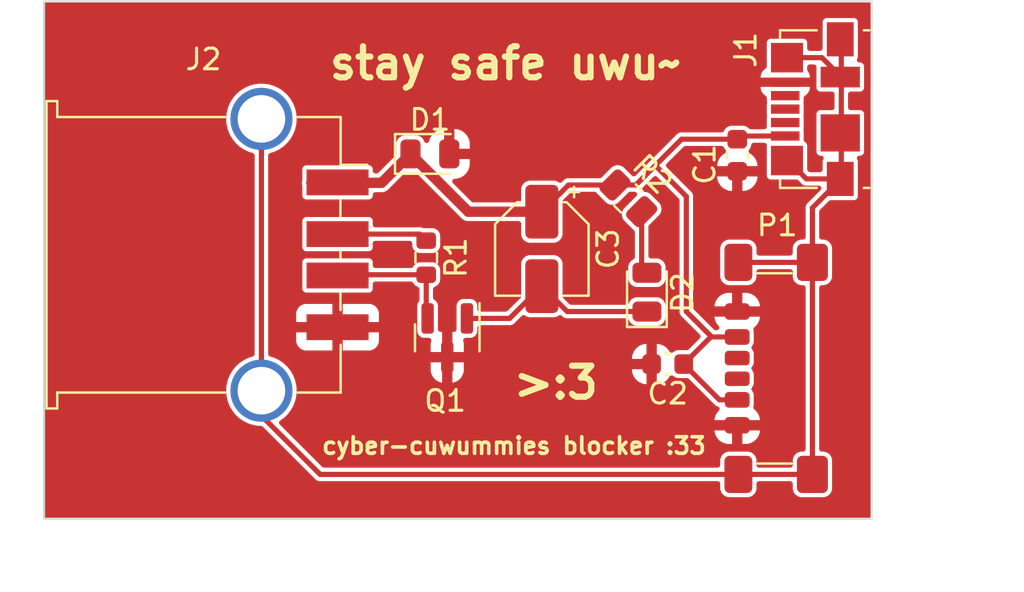
<source format=kicad_pcb>
(kicad_pcb (version 20221018) (generator pcbnew)
  (title_block (title "USB Condom") (date "2023-11-26") (rev "1.0e") (company "femsci") (comment 1 "USB A -> microB & C"))
  (layers (0 "F.Cu" signal) (31 "B.Cu" signal) (34 "B.Paste" user) (35 "F.Paste" user) (36 "B.SilkS" user "B.Silkscreen") (37 "F.SilkS" user "F.Silkscreen") (38 "B.Mask" user) (39 "F.Mask" user) (44 "Edge.Cuts" user))
  (net 0 "")
  (net 1 "Net-(D1-K)")
  (net 2 "GND")
  (net 3 "Net-(D2-K)")
  (net 4 "Net-(D2-A)")
  (net 8 "Earth")
  (net 9 "Net-(J2-D-)")
  (net 10 "Net-(J2-D+)")
  (footprint "Capacitor_SMD:CP_Elec_4x5.4" (layer "F.Cu") (at 104.0028 64.684001 -90)
    (fp_text reference "C3" (at 0 -3.2 90) (layer "F.SilkS"))
    (fp_text value "22u")
    (fp_line (start -3 -1.56) (end -2.5 -1.56) (stroke (width 0.12)) (layer "F.SilkS"))
    (fp_line (start -2.75 -1.81) (end -2.75 -1.31) (stroke (width 0.12)) (layer "F.SilkS"))
    (fp_line (start -2.26 -1.195563) (end -2.26 -1.06) (stroke (width 0.12)) (layer "F.SilkS"))
    (fp_line (start -2.26 -1.195563) (end -1.195563 -2.26) (stroke (width 0.12)) (layer "F.SilkS"))
    (fp_line (start -2.26 1.195563) (end -2.26 1.06) (stroke (width 0.12)) (layer "F.SilkS"))
    (fp_line (start -2.26 1.195563) (end -1.195563 2.26) (stroke (width 0.12)) (layer "F.SilkS"))
    (fp_line (start -1.195563 -2.26) (end 2.26 -2.26) (stroke (width 0.12)) (layer "F.SilkS"))
    (fp_line (start -1.195563 2.26) (end 2.26 2.26) (stroke (width 0.12)) (layer "F.SilkS"))
    (fp_line (start 2.26 -2.26) (end 2.26 -1.06) (stroke (width 0.12)) (layer "F.SilkS"))
    (fp_line (start 2.26 2.26) (end 2.26 1.06) (stroke (width 0.12)) (layer "F.SilkS"))
    (pad "1" smd roundrect (at -1.8 0 270) (size 2.6 1.6) (layers "F.Cu" "F.Paste" "F.Mask") (roundrect_rratio 0.15625) (net 1 "Net-(D1-K)"))
    (pad "2" smd roundrect (at 1.8 0 270) (size 2.6 1.6) (layers "F.Cu" "F.Paste" "F.Mask") (roundrect_rratio 0.15625) (net 3 "Net-(D2-K)"))
  )
  (footprint "Connector_USB:USB_A_TE_292303-7_Horizontal" (layer "F.Cu") (at 87.7468 64.9668 -90)
    (fp_text reference "J2" (at -9.4488 0.1016 -180) (layer "F.SilkS"))
    (fp_text value "USB_A")
    (fp_line (start -7.43 7.17) (end -7.43 7.69) (stroke (width 0.12)) (layer "F.SilkS"))
    (fp_line (start -7.43 7.69) (end 7.43 7.69) (stroke (width 0.12)) (layer "F.SilkS"))
    (fp_line (start -6.66 -6.53) (end -6.66 -4.46) (stroke (width 0.12)) (layer "F.SilkS"))
    (fp_line (start -6.66 -6.53) (end -4.35 -6.53) (stroke (width 0.12)) (layer "F.SilkS"))
    (fp_line (start -6.66 7.17) (end -7.43 7.17) (stroke (width 0.12)) (layer "F.SilkS"))
    (fp_line (start -6.66 7.17) (end -6.66 -0.94) (stroke (width 0.12)) (layer "F.SilkS"))
    (fp_line (start -4.35 -7.82) (end -4.35 -6.53) (stroke (width 0.12)) (layer "F.SilkS"))
    (fp_line (start -2.67 -6.52) (end -1.85 -6.52) (stroke (width 0.12)) (layer "F.SilkS"))
    (fp_line (start -0.17 -6.52) (end 0.17 -6.52) (stroke (width 0.12)) (layer "F.SilkS"))
    (fp_line (start 1.85 -6.52) (end 2.67 -6.52) (stroke (width 0.12)) (layer "F.SilkS"))
    (fp_line (start 4.35 -6.53) (end 6.66 -6.53) (stroke (width 0.12)) (layer "F.SilkS"))
    (fp_line (start 6.66 -6.53) (end 6.66 -4.46) (stroke (width 0.12)) (layer "F.SilkS"))
    (fp_line (start 6.66 -0.94) (end 6.66 7.17) (stroke (width 0.12)) (layer "F.SilkS"))
    (fp_line (start 7.43 7.17) (end 6.66 7.17) (stroke (width 0.12)) (layer "F.SilkS"))
    (fp_line (start 7.43 7.69) (end 7.43 7.17) (stroke (width 0.12)) (layer "F.SilkS"))
    (pad "1" smd rect (at -3.5 -6.38 270) (size 1.25 3) (layers "F.Cu" "F.Paste" "F.Mask") (net 1 "Net-(D1-K)"))
    (pad "2" smd rect (at -1 -6.38 270) (size 1.25 3) (layers "F.Cu" "F.Paste" "F.Mask") (net 9 "Net-(J2-D-)"))
    (pad "3" smd rect (at 1 -6.38 270) (size 1.25 3) (layers "F.Cu" "F.Paste" "F.Mask") (net 10 "Net-(J2-D+)"))
    (pad "4" smd rect (at 3.5 -6.38 270) (size 1.25 3) (layers "F.Cu" "F.Paste" "F.Mask") (net 2 "GND"))
    (pad "5" thru_hole circle (at -6.57 -2.7 270) (size 3 3) (drill 2.3) (layers "*.Cu" "*.Mask") (net 8 "Earth"))
    (pad "5" thru_hole circle (at 6.57 -2.7 270) (size 3 3) (drill 2.3) (layers "*.Cu" "*.Mask") (net 8 "Earth"))
  )
  (footprint "Diode_SMD:D_0805_2012Metric" (layer "F.Cu") (at 98.590301 60.09)
    (fp_text reference "D1" (at 0 -1.65) (layer "F.SilkS"))
    (fp_text value "5V")
    (fp_line (start -1.685 -0.96) (end -1.685 0.96) (stroke (width 0.12)) (layer "F.SilkS"))
    (fp_line (start -1.685 0.96) (end 1 0.96) (stroke (width 0.12)) (layer "F.SilkS"))
    (fp_line (start 1 -0.96) (end -1.685 -0.96) (stroke (width 0.12)) (layer "F.SilkS"))
    (pad "1" smd roundrect (at -0.9375 0) (size 0.975 1.4) (layers "F.Cu" "F.Paste" "F.Mask") (net 1 "Net-(D1-K)"))
    (pad "2" smd roundrect (at 0.9375 0) (size 0.975 1.4) (layers "F.Cu" "F.Paste" "F.Mask") (net 2 "GND"))
  )
  (footprint "Connector_USB:USB_Micro-B_Molex_47346-0001" (layer "F.Cu") (at 117.23 57.924 90)
    (fp_text reference "J1" (at 2.8632 -3.372 90) (layer "F.SilkS"))
    (fp_text value "USB_B_Micro")
    (fp_line (start -3.81 -1.71) (end -3.43 -1.71) (stroke (width 0.12)) (layer "F.SilkS"))
    (fp_line (start -3.81 0.06) (end -3.81 -1.71) (stroke (width 0.12)) (layer "F.SilkS"))
    (fp_line (start -3.81 2.6) (end -3.81 2.34) (stroke (width 0.12)) (layer "F.SilkS"))
    (fp_line (start 3.81 -1.71) (end 3.43 -1.71) (stroke (width 0.12)) (layer "F.SilkS"))
    (fp_line (start 3.81 -1.71) (end 3.81 0.06) (stroke (width 0.12)) (layer "F.SilkS"))
    (fp_line (start 3.81 2.34) (end 3.81 2.6) (stroke (width 0.12)) (layer "F.SilkS"))
    (pad "1" smd rect (at -1.3 -1.46 90) (size 0.45 1.38) (layers "F.Cu" "F.Paste" "F.Mask") (net 1 "Net-(D1-K)"))
    (pad "2" smd rect (at -0.65 -1.46 90) (size 0.45 1.38) (layers "F.Cu" "F.Paste" "F.Mask"))
    (pad "3" smd rect (at 0 -1.46 90) (size 0.45 1.38) (layers "F.Cu" "F.Paste" "F.Mask"))
    (pad "4" smd rect (at 0.65 -1.46 90) (size 0.45 1.38) (layers "F.Cu" "F.Paste" "F.Mask"))
    (pad "5" smd rect (at 1.3 -1.46 90) (size 0.45 1.38) (layers "F.Cu" "F.Paste" "F.Mask") (net 2 "GND"))
    (pad "6" smd rect (at -3.375 1.2 90) (size 1.65 1.3) (layers "F.Cu" "F.Paste" "F.Mask") (net 8 "Earth"))
    (pad "6" smd rect (at -2.4875 -1.375 90) (size 1.425 1.55) (layers "F.Cu" "F.Paste" "F.Mask") (net 8 "Earth"))
    (pad "6" smd rect (at -1.15 1.2 90) (size 1.8 1.9) (layers "F.Cu" "F.Paste" "F.Mask") (net 8 "Earth"))
    (pad "6" smd rect (at 1.55 1.2 90) (size 1 1.9) (layers "F.Cu" "F.Paste" "F.Mask") (net 8 "Earth"))
    (pad "6" smd rect (at 2.4875 -1.375 90) (size 1.425 1.55) (layers "F.Cu" "F.Paste" "F.Mask") (net 8 "Earth"))
    (pad "6" smd rect (at 3.375 1.2 90) (size 1.65 1.3) (layers "F.Cu" "F.Paste" "F.Mask") (net 8 "Earth"))
  )
  (footprint "Resistor_SMD:R_0805_2012Metric" (layer "F.Cu") (at 108.183565 62.238765 -45)
    (fp_text reference "R2" (at 0 -1.65 135) (layer "F.SilkS"))
    (fp_text value "320R")
    (fp_line (start -0.227064 -0.735) (end 0.227064 -0.735) (stroke (width 0.12)) (layer "F.SilkS"))
    (fp_line (start -0.227064 0.735) (end 0.227064 0.735) (stroke (width 0.12)) (layer "F.SilkS"))
    (pad "1" smd roundrect (at -0.9125 0 315) (size 1.025 1.4) (layers "F.Cu" "F.Paste" "F.Mask") (roundrect_rratio 0.243902) (net 1 "Net-(D1-K)"))
    (pad "2" smd roundrect (at 0.9125 0 315) (size 1.025 1.4) (layers "F.Cu" "F.Paste" "F.Mask") (roundrect_rratio 0.243902) (net 4 "Net-(D2-A)"))
  )
  (footprint "Connector_USB:USB_C_Receptacle_GCT_USB4135-GF-A_6P_TopMnt_Horizontal" (layer "F.Cu") (at 116.4813 70.459 90)
    (fp_text reference "P1" (at 6.9146 -1.0993 unlocked) (layer "F.SilkS"))
    (fp_text value "USB_C_Plug_USB2.0")
    (fp_line (start -4.6 -2.04) (end -4.6 -0.41) (stroke (width 0.12)) (layer "F.SilkS"))
    (fp_line (start 4.6 -2.04) (end 4.6 -0.41) (stroke (width 0.12)) (layer "F.SilkS"))
    (pad "A5" smd roundrect (at -0.5 -3.0325 90) (size 0.7 1.2) (layers "F.Cu" "F.Paste" "F.Mask"))
    (pad "A9" smd roundrect (at 1.52 -3.0325 270) (size 0.76 1.2) (layers "F.Cu" "F.Paste" "F.Mask") (net 1 "Net-(D1-K)"))
    (pad "A12" smd roundrect (at 2.75 -3.0325 270) (size 0.8 1.2) (layers "F.Cu" "F.Paste" "F.Mask") (net 2 "GND"))
    (pad "B5" smd roundrect (at 0.5 -3.0325 270) (size 0.7 1.2) (layers "F.Cu" "F.Paste" "F.Mask"))
    (pad "B9" smd roundrect (at -1.52 -3.0325 90) (size 0.76 1.2) (layers "F.Cu" "F.Paste" "F.Mask") (net 1 "Net-(D1-K)"))
    (pad "B12" smd roundrect (at -2.75 -3.0325 90) (size 0.8 1.2) (layers "F.Cu" "F.Paste" "F.Mask") (net 2 "GND"))
    (pad "S1" smd roundrect (at -5.125 -2.9775 90) (size 1.8 1.35) (layers "F.Cu" "F.Paste" "F.Mask") (roundrect_rratio 0.1851851852) (net 8 "Earth"))
    (pad "S1" smd roundrect (at -5.125 0.6025 90) (size 1.8 1.5) (layers "F.Cu" "F.Paste" "F.Mask") (roundrect_rratio 0.1666666667) (net 8 "Earth"))
    (pad "S1" smd roundrect (at 5.125 -2.9775 90) (size 1.8 1.35) (layers "F.Cu" "F.Paste" "F.Mask") (roundrect_rratio 0.1851851852) (net 8 "Earth"))
    (pad "S1" smd roundrect (at 5.125 0.6025 90) (size 1.8 1.5) (layers "F.Cu" "F.Paste" "F.Mask") (roundrect_rratio 0.1666666667) (net 8 "Earth"))
  )
  (footprint "LED_SMD:LED_0805_2012Metric" (layer "F.Cu") (at 109.0828 66.7725 90)
    (fp_text reference "D2" (at -0.0231 1.7272 90) (layer "F.SilkS"))
    (fp_text value "RED")
    (fp_line (start -1.685 -0.96) (end -1.685 0.96) (stroke (width 0.12)) (layer "F.SilkS"))
    (fp_line (start -1.685 0.96) (end 1 0.96) (stroke (width 0.12)) (layer "F.SilkS"))
    (fp_line (start 1 -0.96) (end -1.685 -0.96) (stroke (width 0.12)) (layer "F.SilkS"))
    (pad "1" smd roundrect (at -0.9375 0 90) (size 0.975 1.4) (layers "F.Cu" "F.Paste" "F.Mask") (net 3 "Net-(D2-K)"))
    (pad "2" smd roundrect (at 0.9375 0 90) (size 0.975 1.4) (layers "F.Cu" "F.Paste" "F.Mask") (net 4 "Net-(D2-A)"))
  )
  (footprint "Package_TO_SOT_SMD:SOT-23" (layer "F.Cu") (at 99.4308 68.980001 -90)
    (fp_text reference "Q1" (at 3.047999 0.1016 -180) (layer "F.SilkS"))
    (fp_text value "NMOS")
    (fp_line (start 0 -1.56) (end -1.675 -1.56) (stroke (width 0.12)) (layer "F.SilkS"))
    (fp_line (start 0 -1.56) (end 0.65 -1.56) (stroke (width 0.12)) (layer "F.SilkS"))
    (fp_line (start 0 1.56) (end -0.65 1.56) (stroke (width 0.12)) (layer "F.SilkS"))
    (fp_line (start 0 1.56) (end 0.65 1.56) (stroke (width 0.12)) (layer "F.SilkS"))
    (pad "1" smd roundrect (at -0.9375 -0.95 270) (size 1.475 0.6) (layers "F.Cu" "F.Paste" "F.Mask") (net 3 "Net-(D2-K)"))
    (pad "2" smd roundrect (at -0.9375 0.95 270) (size 1.475 0.6) (layers "F.Cu" "F.Paste" "F.Mask") (net 10 "Net-(J2-D+)"))
    (pad "3" smd roundrect (at 0.9375 0 270) (size 1.475 0.6) (layers "F.Cu" "F.Paste" "F.Mask") (net 2 "GND"))
  )
  (footprint "Resistor_SMD:R_0603_1608Metric" (layer "F.Cu") (at 98.4148 65.107001 -90)
    (fp_text reference "R1" (at 0 -1.43 90) (layer "F.SilkS"))
    (fp_text value "1k")
    (fp_line (start -0.237258 -0.5225) (end 0.237258 -0.5225) (stroke (width 0.12)) (layer "F.SilkS"))
    (fp_line (start -0.237258 0.5225) (end 0.237258 0.5225) (stroke (width 0.12)) (layer "F.SilkS"))
    (pad "1" smd roundrect (at -0.825 0 270) (size 0.8 0.95) (layers "F.Cu" "F.Paste" "F.Mask") (net 9 "Net-(J2-D-)"))
    (pad "2" smd roundrect (at 0.825 0 270) (size 0.8 0.95) (layers "F.Cu" "F.Paste" "F.Mask") (net 10 "Net-(J2-D+)"))
  )
  (footprint "Capacitor_SMD:C_0603_1608Metric" (layer "F.Cu") (at 110.0858 70.25 180)
    (fp_text reference "C2" (at 0 -1.43) (layer "F.SilkS"))
    (fp_text value "100n")
    (fp_line (start -0.14058 -0.51) (end 0.14058 -0.51) (stroke (width 0.12)) (layer "F.SilkS"))
    (fp_line (start -0.14058 0.51) (end 0.14058 0.51) (stroke (width 0.12)) (layer "F.SilkS"))
    (pad "1" smd roundrect (at -0.775 0 180) (size 0.9 0.95) (layers "F.Cu" "F.Paste" "F.Mask") (net 1 "Net-(D1-K)"))
    (pad "2" smd roundrect (at 0.775 0 180) (size 0.9 0.95) (layers "F.Cu" "F.Paste" "F.Mask") (net 2 "GND"))
  )
  (footprint "Capacitor_SMD:C_0603_1608Metric" (layer "F.Cu") (at 113.4516 60.1538 -90)
    (fp_text reference "C1" (at 0.4442 1.5748 90) (layer "F.SilkS"))
    (fp_text value "100n")
    (fp_line (start -0.14058 -0.51) (end 0.14058 -0.51) (stroke (width 0.12)) (layer "F.SilkS"))
    (fp_line (start -0.14058 0.51) (end 0.14058 0.51) (stroke (width 0.12)) (layer "F.SilkS"))
    (pad "1" smd roundrect (at -0.775 0 270) (size 0.9 0.95) (layers "F.Cu" "F.Paste" "F.Mask") (net 1 "Net-(D1-K)"))
    (pad "2" smd roundrect (at 0.775 0 270) (size 0.9 0.95) (layers "F.Cu" "F.Paste" "F.Mask") (net 2 "GND"))
  )
  (gr_rect (start 79.9388 52.724) (end 119.9388 77.724) (stroke (width 0.1)) (fill none) (layer "Edge.Cuts"))
  (gr_text "stay safe uwu~" (at 93.5888 56.5848) (layer "F.SilkS") (effects (font (size 1.5 1.5) (thickness 0.3) bold) (justify left bottom)))
  (gr_text ">:3" (at 102.4788 72.028) (layer "F.SilkS") (effects (font (size 1.5 1.5) (thickness 0.3) bold) (justify left bottom)))
  (gr_text "cyber-cuwummies blocker :33" (at 93.284 74.6696) (layer "F.SilkS") (effects (font (size 0.8 0.8) (thickness 0.175) bold) (justify left bottom)))
  (segment (start 110.9878 67.71) (end 112.2168 68.939) (width 0.25) (layer "F.Cu") (net 1))
  (segment (start 92.8568 61.488001) (end 96.2548 61.488001) (width 0.5) (layer "F.Cu") (net 1))
  (segment (start 100.446802 62.884001) (end 104.0028 62.884001) (width 0.5) (layer "F.Cu") (net 1))
  (segment (start 110.7592 59.3788) (end 113.4516 59.3788) (width 0.25) (layer "F.Cu") (net 1))
  (segment (start 110.8608 70.25) (end 112.5898 71.979) (width 0.25) (layer "F.Cu") (net 1))
  (segment (start 109.4892 60.6488) (end 110.7592 59.3788) (width 0.25) (layer "F.Cu") (net 1))
  (segment (start 110.9878 62.1474) (end 110.9878 67.71) (width 0.25) (layer "F.Cu") (net 1))
  (segment (start 107.53833 61.59353) (end 108.54447 61.59353) (width 0.25) (layer "F.Cu") (net 1))
  (segment (start 105.293271 61.59353) (end 107.53833 61.59353) (width 0.25) (layer "F.Cu") (net 1))
  (segment (start 112.5898 71.979) (end 113.4488 71.979) (width 0.25) (layer "F.Cu") (net 1))
  (segment (start 96.2548 61.488001) (end 97.652801 60.09) (width 0.5) (layer "F.Cu") (net 1))
  (segment (start 112.2168 68.939) (end 112.1718 68.939) (width 0.25) (layer "F.Cu") (net 1))
  (segment (start 104.0028 62.884001) (end 105.293271 61.59353) (width 0.25) (layer "F.Cu") (net 1))
  (segment (start 97.652801 60.09) (end 100.446802 62.884001) (width 0.5) (layer "F.Cu") (net 1))
  (segment (start 115.8208 59.224) (end 113.6064 59.224) (width 0.25) (layer "F.Cu") (net 1))
  (segment (start 113.6064 59.224) (end 113.4516 59.3788) (width 0.25) (layer "F.Cu") (net 1))
  (segment (start 109.4892 60.6488) (end 110.9878 62.1474) (width 0.25) (layer "F.Cu") (net 1))
  (segment (start 112.2168 68.939) (end 113.4488 68.939) (width 0.25) (layer "F.Cu") (net 1))
  (segment (start 108.54447 61.59353) (end 109.4892 60.6488) (width 0.25) (layer "F.Cu") (net 1))
  (segment (start 112.1718 68.939) (end 110.8608 70.25) (width 0.25) (layer "F.Cu") (net 1))
  (segment (start 115.8208 56.624) (end 117.0976 56.624) (width 0.25) (layer "F.Cu") (net 2))
  (segment (start 117.0976 56.624) (end 117.1092 56.6356) (width 0.25) (layer "F.Cu") (net 2))
  (segment (start 114.1236 56.624) (end 114.112 56.6356) (width 0.25) (layer "F.Cu") (net 2))
  (segment (start 115.8208 56.624) (end 114.1236 56.624) (width 0.25) (layer "F.Cu") (net 2))
  (segment (start 105.228799 67.71) (end 104.0028 66.484001) (width 0.25) (layer "F.Cu") (net 3))
  (segment (start 102.4443 68.042501) (end 100.3808 68.042501) (width 0.25) (layer "F.Cu") (net 3))
  (segment (start 109.0828 67.71) (end 105.228799 67.71) (width 0.25) (layer "F.Cu") (net 3))
  (segment (start 104.0028 66.484001) (end 102.4443 68.042501) (width 0.25) (layer "F.Cu") (net 3))
  (segment (start 108.8288 62.884) (end 108.8288 65.581) (width 0.25) (layer "F.Cu") (net 4))
  (segment (start 108.8288 65.581) (end 109.0828 65.835) (width 0.25) (layer "F.Cu") (net 4))
  (segment (start 117.5433 55.4365) (end 118.4808 56.374) (width 0.25) (layer "F.Cu") (net 8))
  (segment (start 117.0838 65.334) (end 117.0838 75.584) (width 0.25) (layer "F.Cu") (net 8))
  (segment (start 113.5038 75.584) (end 93.284 75.584) (width 0.25) (layer "F.Cu") (net 8))
  (segment (start 117.0838 65.334) (end 117.0838 62.696) (width 0.25) (layer "F.Cu") (net 8))
  (segment (start 115.9058 55.4365) (end 117.5433 55.4365) (width 0.25) (layer "F.Cu") (net 8))
  (segment (start 117.0838 75.584) (end 113.5038 75.584) (width 0.25) (layer "F.Cu") (net 8))
  (segment (start 93.284 75.584) (end 90.4468 72.7468) (width 0.25) (layer "F.Cu") (net 8))
  (segment (start 118.4808 59.074) (end 118.4808 56.374) (width 0.25) (layer "F.Cu") (net 8))
  (segment (start 90.4468 72.7468) (end 90.4468 71.5368) (width 0.25) (layer "F.Cu") (net 8))
  (segment (start 117.0838 65.334) (end 113.5038 65.334) (width 0.25) (layer "F.Cu") (net 8))
  (segment (start 90.4468 58.3968) (end 90.4468 71.5368) (width 0.25) (layer "F.Cu") (net 8))
  (segment (start 118.4808 61.299) (end 118.4808 59.074) (width 0.25) (layer "F.Cu") (net 8))
  (segment (start 118.4808 61.299) (end 116.7933 61.299) (width 0.25) (layer "F.Cu") (net 8))
  (segment (start 118.4808 56.374) (end 118.4808 54.549) (width 0.25) (layer "F.Cu") (net 8))
  (segment (start 116.7933 61.299) (end 115.9058 60.4115) (width 0.25) (layer "F.Cu") (net 8))
  (segment (start 117.0838 62.696) (end 118.4808 61.299) (width 0.25) (layer "F.Cu") (net 8))
  (segment (start 94.1268 63.9668) (end 98.099599 63.9668) (width 0.25) (layer "F.Cu") (net 9))
  (segment (start 98.099599 63.9668) (end 98.4148 64.282001) (width 0.25) (layer "F.Cu") (net 9))
  (segment (start 94.442001 64.282001) (end 94.1268 63.9668) (width 0.25) (layer "F.Cu") (net 9))
  (segment (start 98.4148 65.932001) (end 94.161599 65.932001) (width 0.25) (layer "F.Cu") (net 10))
  (segment (start 98.3588 65.988001) (end 98.4148 65.932001) (width 0.25) (layer "F.Cu") (net 10))
  (segment (start 98.4148 65.932001) (end 98.4148 67.976501) (width 0.25) (layer "F.Cu") (net 10))
  (segment (start 94.161599 65.932001) (end 94.1268 65.9668) (width 0.25) (layer "F.Cu") (net 10))
  (segment (start 98.4148 67.976501) (end 98.4808 68.042501) (width 0.25) (layer "F.Cu") (net 10))
  (zone (net 2) (net_name "GND") (layer "F.Cu") (connect_pads (clearance 0.1)) (min_thickness 0.25) (fill yes (thermal_gap 0.5) (thermal_bridge_width 0.5))
    (polygon (pts (xy 119.9032 77.7176) (xy 119.9032 52.724) (xy 79.9236 52.724) (xy 79.9236 77.7176)))
  )
)
</source>
